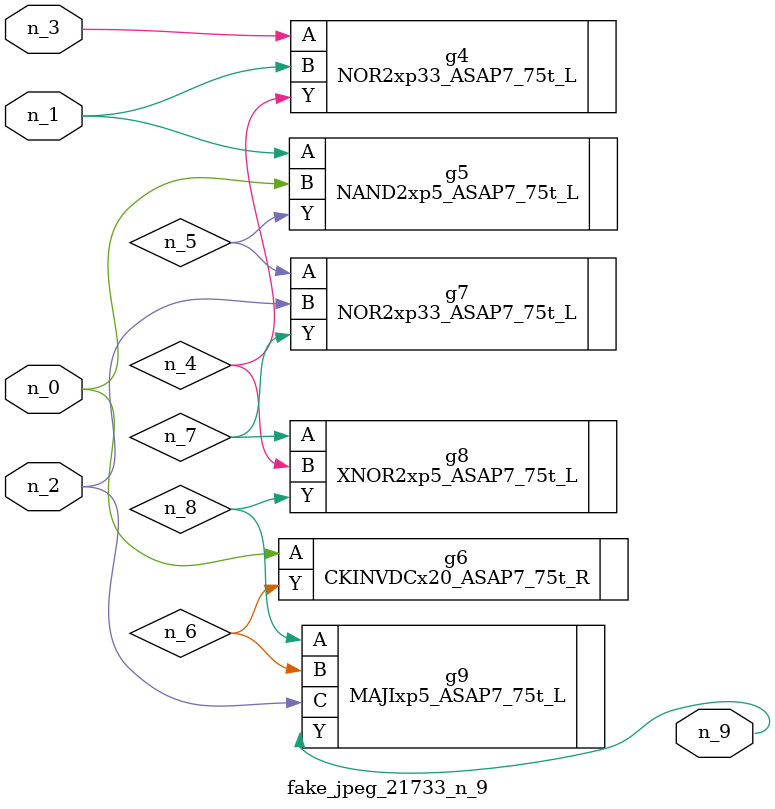
<source format=v>
module fake_jpeg_21733_n_9 (n_0, n_3, n_2, n_1, n_9);

input n_0;
input n_3;
input n_2;
input n_1;

output n_9;

wire n_4;
wire n_8;
wire n_6;
wire n_5;
wire n_7;

NOR2xp33_ASAP7_75t_L g4 ( 
.A(n_3),
.B(n_1),
.Y(n_4)
);

NAND2xp5_ASAP7_75t_L g5 ( 
.A(n_1),
.B(n_0),
.Y(n_5)
);

CKINVDCx20_ASAP7_75t_R g6 ( 
.A(n_0),
.Y(n_6)
);

NOR2xp33_ASAP7_75t_L g7 ( 
.A(n_5),
.B(n_2),
.Y(n_7)
);

XNOR2xp5_ASAP7_75t_L g8 ( 
.A(n_7),
.B(n_4),
.Y(n_8)
);

MAJIxp5_ASAP7_75t_L g9 ( 
.A(n_8),
.B(n_6),
.C(n_2),
.Y(n_9)
);


endmodule
</source>
